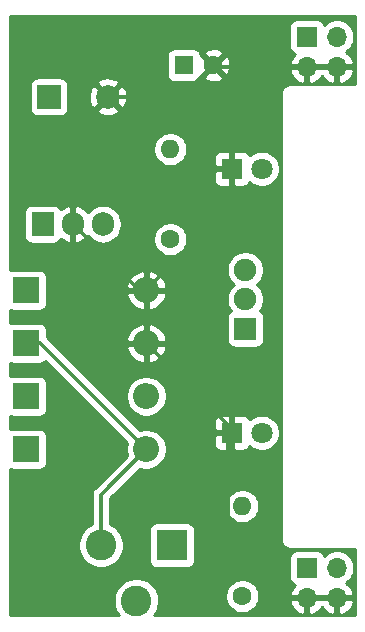
<source format=gbl>
%TF.GenerationSoftware,KiCad,Pcbnew,(5.1.12)-1*%
%TF.CreationDate,2022-01-26T00:14:16-03:00*%
%TF.ProjectId,BPS,4250532e-6b69-4636-9164-5f7063625858,3*%
%TF.SameCoordinates,Original*%
%TF.FileFunction,Copper,L2,Bot*%
%TF.FilePolarity,Positive*%
%FSLAX46Y46*%
G04 Gerber Fmt 4.6, Leading zero omitted, Abs format (unit mm)*
G04 Created by KiCad (PCBNEW (5.1.12)-1) date 2022-01-26 00:14:16*
%MOMM*%
%LPD*%
G01*
G04 APERTURE LIST*
%TA.AperFunction,ComponentPad*%
%ADD10R,2.000000X2.000000*%
%TD*%
%TA.AperFunction,ComponentPad*%
%ADD11C,2.000000*%
%TD*%
%TA.AperFunction,ComponentPad*%
%ADD12R,1.600000X1.600000*%
%TD*%
%TA.AperFunction,ComponentPad*%
%ADD13C,1.600000*%
%TD*%
%TA.AperFunction,ComponentPad*%
%ADD14R,2.200000X2.200000*%
%TD*%
%TA.AperFunction,ComponentPad*%
%ADD15O,2.200000X2.200000*%
%TD*%
%TA.AperFunction,ComponentPad*%
%ADD16R,1.800000X1.800000*%
%TD*%
%TA.AperFunction,ComponentPad*%
%ADD17C,1.800000*%
%TD*%
%TA.AperFunction,ComponentPad*%
%ADD18R,2.600000X2.600000*%
%TD*%
%TA.AperFunction,ComponentPad*%
%ADD19C,2.600000*%
%TD*%
%TA.AperFunction,ComponentPad*%
%ADD20R,1.700000X1.700000*%
%TD*%
%TA.AperFunction,ComponentPad*%
%ADD21O,1.700000X1.700000*%
%TD*%
%TA.AperFunction,ComponentPad*%
%ADD22O,1.600000X1.600000*%
%TD*%
%TA.AperFunction,ComponentPad*%
%ADD23R,1.900000X1.900000*%
%TD*%
%TA.AperFunction,ComponentPad*%
%ADD24C,1.900000*%
%TD*%
%TA.AperFunction,ComponentPad*%
%ADD25R,1.905000X2.000000*%
%TD*%
%TA.AperFunction,ComponentPad*%
%ADD26O,1.905000X2.000000*%
%TD*%
%TA.AperFunction,Conductor*%
%ADD27C,0.300000*%
%TD*%
%TA.AperFunction,Conductor*%
%ADD28C,0.254000*%
%TD*%
%TA.AperFunction,Conductor*%
%ADD29C,0.100000*%
%TD*%
G04 APERTURE END LIST*
D10*
%TO.P,C1,1*%
%TO.N,/Vin*%
X117475000Y-108966000D03*
D11*
%TO.P,C1,2*%
%TO.N,/V-*%
X122475000Y-108966000D03*
%TD*%
D12*
%TO.P,C2,1*%
%TO.N,/Vout1*%
X128905000Y-106299000D03*
D13*
%TO.P,C2,2*%
%TO.N,/V-*%
X131405000Y-106299000D03*
%TD*%
D14*
%TO.P,D1,1*%
%TO.N,/Vin*%
X115570000Y-134323666D03*
D15*
%TO.P,D1,2*%
%TO.N,/BJ_pin1*%
X125730000Y-134323666D03*
%TD*%
D14*
%TO.P,D2,1*%
%TO.N,/BJ_pin1*%
X115570000Y-125349000D03*
D15*
%TO.P,D2,2*%
%TO.N,/V-*%
X125730000Y-125349000D03*
%TD*%
%TO.P,D3,2*%
%TO.N,/BJ_pin2*%
X125730000Y-138811000D03*
D14*
%TO.P,D3,1*%
%TO.N,/Vin*%
X115570000Y-138811000D03*
%TD*%
D15*
%TO.P,D4,2*%
%TO.N,/V-*%
X125730000Y-129836333D03*
D14*
%TO.P,D4,1*%
%TO.N,/BJ_pin2*%
X115570000Y-129836333D03*
%TD*%
D16*
%TO.P,D5,1*%
%TO.N,/V-*%
X132969000Y-137414000D03*
D17*
%TO.P,D5,2*%
%TO.N,Net-(D5-Pad2)*%
X135509000Y-137414000D03*
%TD*%
%TO.P,D6,2*%
%TO.N,Net-(D6-Pad2)*%
X135509000Y-115062000D03*
D16*
%TO.P,D6,1*%
%TO.N,/V-*%
X132969000Y-115062000D03*
%TD*%
D18*
%TO.P,J1,1*%
%TO.N,/BJ_pin1*%
X127889000Y-146939000D03*
D19*
%TO.P,J1,2*%
%TO.N,/BJ_pin2*%
X121889000Y-146939000D03*
%TO.P,J1,3*%
%TO.N,Net-(J1-Pad3)*%
X124889000Y-151639000D03*
%TD*%
D20*
%TO.P,J2,1*%
%TO.N,/Vout2*%
X139319000Y-103884000D03*
D21*
%TO.P,J2,2*%
X141859000Y-103884000D03*
%TO.P,J2,3*%
%TO.N,/V-*%
X139319000Y-106424000D03*
%TO.P,J2,4*%
X141859000Y-106424000D03*
%TD*%
%TO.P,J3,4*%
%TO.N,/V-*%
X141859000Y-151384000D03*
%TO.P,J3,3*%
X139319000Y-151384000D03*
%TO.P,J3,2*%
%TO.N,/Vout2*%
X141859000Y-148844000D03*
D20*
%TO.P,J3,1*%
X139319000Y-148844000D03*
%TD*%
D13*
%TO.P,R1,1*%
%TO.N,Net-(D5-Pad2)*%
X133858000Y-151257000D03*
D22*
%TO.P,R1,2*%
%TO.N,/Vout1*%
X133858000Y-143637000D03*
%TD*%
%TO.P,R2,2*%
%TO.N,/Vout2*%
X127762000Y-113411000D03*
D13*
%TO.P,R2,1*%
%TO.N,Net-(D6-Pad2)*%
X127762000Y-121031000D03*
%TD*%
D23*
%TO.P,SW1,1*%
%TO.N,/Vout2*%
X134112000Y-128618000D03*
D24*
%TO.P,SW1,2*%
%TO.N,/Vout1*%
X134112000Y-126118000D03*
%TO.P,SW1,3*%
%TO.N,Net-(SW1-Pad3)*%
X134112000Y-123618000D03*
%TD*%
D25*
%TO.P,U1,1*%
%TO.N,/Vin*%
X116967000Y-119761000D03*
D26*
%TO.P,U1,2*%
%TO.N,/V-*%
X119507000Y-119761000D03*
%TO.P,U1,3*%
%TO.N,/Vout1*%
X122047000Y-119761000D03*
%TD*%
D27*
%TO.N,/V-*%
X141859000Y-151384000D02*
X139319000Y-151384000D01*
X139319000Y-151384000D02*
X136398000Y-151384000D01*
X132607999Y-137775001D02*
X132969000Y-137414000D01*
X132607999Y-147593999D02*
X132607999Y-137775001D01*
X136398000Y-151384000D02*
X132607999Y-147593999D01*
X132969000Y-137075333D02*
X125730000Y-129836333D01*
X132969000Y-137414000D02*
X132969000Y-137075333D01*
X125730000Y-125349000D02*
X125730000Y-129836333D01*
X132969000Y-118110000D02*
X125730000Y-125349000D01*
X132969000Y-115062000D02*
X132969000Y-118110000D01*
X125095000Y-125349000D02*
X125730000Y-125349000D01*
X119507000Y-119761000D02*
X125095000Y-125349000D01*
X119507000Y-111934000D02*
X122475000Y-108966000D01*
X119507000Y-119761000D02*
X119507000Y-111934000D01*
X128738000Y-108966000D02*
X131405000Y-106299000D01*
X122475000Y-108966000D02*
X128738000Y-108966000D01*
X141859000Y-106424000D02*
X139319000Y-106424000D01*
X131530000Y-106424000D02*
X131405000Y-106299000D01*
X139319000Y-106424000D02*
X131530000Y-106424000D01*
%TO.N,/BJ_pin2*%
X121889000Y-142652000D02*
X125730000Y-138811000D01*
X121889000Y-146939000D02*
X121889000Y-142652000D01*
X116755333Y-129836333D02*
X115570000Y-129836333D01*
X125730000Y-138811000D02*
X116755333Y-129836333D01*
%TD*%
D28*
%TO.N,/V-*%
X143358000Y-107925000D02*
X137827419Y-107925000D01*
X137795000Y-107921807D01*
X137762581Y-107925000D01*
X137665617Y-107934550D01*
X137541207Y-107972290D01*
X137426550Y-108033575D01*
X137326052Y-108116052D01*
X137243575Y-108216550D01*
X137182290Y-108331207D01*
X137144550Y-108455617D01*
X137131807Y-108585000D01*
X137135001Y-108617429D01*
X137135000Y-146525581D01*
X137131807Y-146558000D01*
X137144550Y-146687383D01*
X137182290Y-146811793D01*
X137243575Y-146926450D01*
X137285521Y-146977561D01*
X137326052Y-147026948D01*
X137426550Y-147109425D01*
X137541207Y-147170710D01*
X137665617Y-147208450D01*
X137795000Y-147221193D01*
X137827419Y-147218000D01*
X143358001Y-147218000D01*
X143358000Y-152883000D01*
X126381504Y-152883000D01*
X126392013Y-152872491D01*
X126603775Y-152555566D01*
X126749639Y-152203419D01*
X126824000Y-151829581D01*
X126824000Y-151448419D01*
X126757812Y-151115665D01*
X132423000Y-151115665D01*
X132423000Y-151398335D01*
X132478147Y-151675574D01*
X132586320Y-151936727D01*
X132743363Y-152171759D01*
X132943241Y-152371637D01*
X133178273Y-152528680D01*
X133439426Y-152636853D01*
X133716665Y-152692000D01*
X133999335Y-152692000D01*
X134276574Y-152636853D01*
X134537727Y-152528680D01*
X134772759Y-152371637D01*
X134972637Y-152171759D01*
X135129680Y-151936727D01*
X135210798Y-151740890D01*
X137877524Y-151740890D01*
X137922175Y-151888099D01*
X138047359Y-152150920D01*
X138221412Y-152384269D01*
X138437645Y-152579178D01*
X138687748Y-152728157D01*
X138962109Y-152825481D01*
X139192000Y-152704814D01*
X139192000Y-151511000D01*
X139446000Y-151511000D01*
X139446000Y-152704814D01*
X139675891Y-152825481D01*
X139950252Y-152728157D01*
X140200355Y-152579178D01*
X140416588Y-152384269D01*
X140589000Y-152153120D01*
X140761412Y-152384269D01*
X140977645Y-152579178D01*
X141227748Y-152728157D01*
X141502109Y-152825481D01*
X141732000Y-152704814D01*
X141732000Y-151511000D01*
X141986000Y-151511000D01*
X141986000Y-152704814D01*
X142215891Y-152825481D01*
X142490252Y-152728157D01*
X142740355Y-152579178D01*
X142956588Y-152384269D01*
X143130641Y-152150920D01*
X143255825Y-151888099D01*
X143300476Y-151740890D01*
X143179155Y-151511000D01*
X141986000Y-151511000D01*
X141732000Y-151511000D01*
X139446000Y-151511000D01*
X139192000Y-151511000D01*
X137998845Y-151511000D01*
X137877524Y-151740890D01*
X135210798Y-151740890D01*
X135237853Y-151675574D01*
X135293000Y-151398335D01*
X135293000Y-151115665D01*
X135237853Y-150838426D01*
X135129680Y-150577273D01*
X134972637Y-150342241D01*
X134772759Y-150142363D01*
X134537727Y-149985320D01*
X134276574Y-149877147D01*
X133999335Y-149822000D01*
X133716665Y-149822000D01*
X133439426Y-149877147D01*
X133178273Y-149985320D01*
X132943241Y-150142363D01*
X132743363Y-150342241D01*
X132586320Y-150577273D01*
X132478147Y-150838426D01*
X132423000Y-151115665D01*
X126757812Y-151115665D01*
X126749639Y-151074581D01*
X126603775Y-150722434D01*
X126392013Y-150405509D01*
X126122491Y-150135987D01*
X125805566Y-149924225D01*
X125453419Y-149778361D01*
X125079581Y-149704000D01*
X124698419Y-149704000D01*
X124324581Y-149778361D01*
X123972434Y-149924225D01*
X123655509Y-150135987D01*
X123385987Y-150405509D01*
X123174225Y-150722434D01*
X123028361Y-151074581D01*
X122954000Y-151448419D01*
X122954000Y-151829581D01*
X123028361Y-152203419D01*
X123174225Y-152555566D01*
X123385987Y-152872491D01*
X123396496Y-152883000D01*
X114198000Y-152883000D01*
X114198000Y-140485632D01*
X114225820Y-140500502D01*
X114345518Y-140536812D01*
X114470000Y-140549072D01*
X116670000Y-140549072D01*
X116794482Y-140536812D01*
X116914180Y-140500502D01*
X117024494Y-140441537D01*
X117121185Y-140362185D01*
X117200537Y-140265494D01*
X117259502Y-140155180D01*
X117295812Y-140035482D01*
X117308072Y-139911000D01*
X117308072Y-137711000D01*
X117295812Y-137586518D01*
X117259502Y-137466820D01*
X117200537Y-137356506D01*
X117121185Y-137259815D01*
X117024494Y-137180463D01*
X116914180Y-137121498D01*
X116794482Y-137085188D01*
X116670000Y-137072928D01*
X114470000Y-137072928D01*
X114345518Y-137085188D01*
X114225820Y-137121498D01*
X114198000Y-137136368D01*
X114198000Y-135998298D01*
X114225820Y-136013168D01*
X114345518Y-136049478D01*
X114470000Y-136061738D01*
X116670000Y-136061738D01*
X116794482Y-136049478D01*
X116914180Y-136013168D01*
X117024494Y-135954203D01*
X117121185Y-135874851D01*
X117200537Y-135778160D01*
X117259502Y-135667846D01*
X117295812Y-135548148D01*
X117308072Y-135423666D01*
X117308072Y-133223666D01*
X117295812Y-133099184D01*
X117259502Y-132979486D01*
X117200537Y-132869172D01*
X117121185Y-132772481D01*
X117024494Y-132693129D01*
X116914180Y-132634164D01*
X116794482Y-132597854D01*
X116670000Y-132585594D01*
X114470000Y-132585594D01*
X114345518Y-132597854D01*
X114225820Y-132634164D01*
X114198000Y-132649034D01*
X114198000Y-131510965D01*
X114225820Y-131525835D01*
X114345518Y-131562145D01*
X114470000Y-131574405D01*
X116670000Y-131574405D01*
X116794482Y-131562145D01*
X116914180Y-131525835D01*
X117024494Y-131466870D01*
X117121185Y-131387518D01*
X117155071Y-131346228D01*
X124076931Y-138268088D01*
X124061675Y-138304919D01*
X123995000Y-138640117D01*
X123995000Y-138981883D01*
X124061675Y-139317081D01*
X124076931Y-139353912D01*
X121361185Y-142069658D01*
X121331237Y-142094236D01*
X121306659Y-142124184D01*
X121306655Y-142124188D01*
X121273690Y-142164356D01*
X121233139Y-142213767D01*
X121209952Y-142257147D01*
X121160246Y-142350141D01*
X121115359Y-142498114D01*
X121100203Y-142652000D01*
X121104001Y-142690563D01*
X121104000Y-145169728D01*
X120972434Y-145224225D01*
X120655509Y-145435987D01*
X120385987Y-145705509D01*
X120174225Y-146022434D01*
X120028361Y-146374581D01*
X119954000Y-146748419D01*
X119954000Y-147129581D01*
X120028361Y-147503419D01*
X120174225Y-147855566D01*
X120385987Y-148172491D01*
X120655509Y-148442013D01*
X120972434Y-148653775D01*
X121324581Y-148799639D01*
X121698419Y-148874000D01*
X122079581Y-148874000D01*
X122453419Y-148799639D01*
X122805566Y-148653775D01*
X123122491Y-148442013D01*
X123392013Y-148172491D01*
X123603775Y-147855566D01*
X123749639Y-147503419D01*
X123824000Y-147129581D01*
X123824000Y-146748419D01*
X123749639Y-146374581D01*
X123603775Y-146022434D01*
X123392013Y-145705509D01*
X123325504Y-145639000D01*
X125950928Y-145639000D01*
X125950928Y-148239000D01*
X125963188Y-148363482D01*
X125999498Y-148483180D01*
X126058463Y-148593494D01*
X126137815Y-148690185D01*
X126234506Y-148769537D01*
X126344820Y-148828502D01*
X126464518Y-148864812D01*
X126589000Y-148877072D01*
X129189000Y-148877072D01*
X129313482Y-148864812D01*
X129433180Y-148828502D01*
X129543494Y-148769537D01*
X129640185Y-148690185D01*
X129719537Y-148593494D01*
X129778502Y-148483180D01*
X129814812Y-148363482D01*
X129827072Y-148239000D01*
X129827072Y-147994000D01*
X137830928Y-147994000D01*
X137830928Y-149694000D01*
X137843188Y-149818482D01*
X137879498Y-149938180D01*
X137938463Y-150048494D01*
X138017815Y-150145185D01*
X138114506Y-150224537D01*
X138224820Y-150283502D01*
X138305466Y-150307966D01*
X138221412Y-150383731D01*
X138047359Y-150617080D01*
X137922175Y-150879901D01*
X137877524Y-151027110D01*
X137998845Y-151257000D01*
X139192000Y-151257000D01*
X139192000Y-151237000D01*
X139446000Y-151237000D01*
X139446000Y-151257000D01*
X141732000Y-151257000D01*
X141732000Y-151237000D01*
X141986000Y-151237000D01*
X141986000Y-151257000D01*
X143179155Y-151257000D01*
X143300476Y-151027110D01*
X143255825Y-150879901D01*
X143130641Y-150617080D01*
X142956588Y-150383731D01*
X142740355Y-150188822D01*
X142623466Y-150119195D01*
X142805632Y-149997475D01*
X143012475Y-149790632D01*
X143174990Y-149547411D01*
X143286932Y-149277158D01*
X143344000Y-148990260D01*
X143344000Y-148697740D01*
X143286932Y-148410842D01*
X143174990Y-148140589D01*
X143012475Y-147897368D01*
X142805632Y-147690525D01*
X142562411Y-147528010D01*
X142292158Y-147416068D01*
X142005260Y-147359000D01*
X141712740Y-147359000D01*
X141425842Y-147416068D01*
X141155589Y-147528010D01*
X140912368Y-147690525D01*
X140780513Y-147822380D01*
X140758502Y-147749820D01*
X140699537Y-147639506D01*
X140620185Y-147542815D01*
X140523494Y-147463463D01*
X140413180Y-147404498D01*
X140293482Y-147368188D01*
X140169000Y-147355928D01*
X138469000Y-147355928D01*
X138344518Y-147368188D01*
X138224820Y-147404498D01*
X138114506Y-147463463D01*
X138017815Y-147542815D01*
X137938463Y-147639506D01*
X137879498Y-147749820D01*
X137843188Y-147869518D01*
X137830928Y-147994000D01*
X129827072Y-147994000D01*
X129827072Y-145639000D01*
X129814812Y-145514518D01*
X129778502Y-145394820D01*
X129719537Y-145284506D01*
X129640185Y-145187815D01*
X129543494Y-145108463D01*
X129433180Y-145049498D01*
X129313482Y-145013188D01*
X129189000Y-145000928D01*
X126589000Y-145000928D01*
X126464518Y-145013188D01*
X126344820Y-145049498D01*
X126234506Y-145108463D01*
X126137815Y-145187815D01*
X126058463Y-145284506D01*
X125999498Y-145394820D01*
X125963188Y-145514518D01*
X125950928Y-145639000D01*
X123325504Y-145639000D01*
X123122491Y-145435987D01*
X122805566Y-145224225D01*
X122674000Y-145169729D01*
X122674000Y-143495665D01*
X132423000Y-143495665D01*
X132423000Y-143778335D01*
X132478147Y-144055574D01*
X132586320Y-144316727D01*
X132743363Y-144551759D01*
X132943241Y-144751637D01*
X133178273Y-144908680D01*
X133439426Y-145016853D01*
X133716665Y-145072000D01*
X133999335Y-145072000D01*
X134276574Y-145016853D01*
X134537727Y-144908680D01*
X134772759Y-144751637D01*
X134972637Y-144551759D01*
X135129680Y-144316727D01*
X135237853Y-144055574D01*
X135293000Y-143778335D01*
X135293000Y-143495665D01*
X135237853Y-143218426D01*
X135129680Y-142957273D01*
X134972637Y-142722241D01*
X134772759Y-142522363D01*
X134537727Y-142365320D01*
X134276574Y-142257147D01*
X133999335Y-142202000D01*
X133716665Y-142202000D01*
X133439426Y-142257147D01*
X133178273Y-142365320D01*
X132943241Y-142522363D01*
X132743363Y-142722241D01*
X132586320Y-142957273D01*
X132478147Y-143218426D01*
X132423000Y-143495665D01*
X122674000Y-143495665D01*
X122674000Y-142977157D01*
X125187088Y-140464069D01*
X125223919Y-140479325D01*
X125559117Y-140546000D01*
X125900883Y-140546000D01*
X126236081Y-140479325D01*
X126551831Y-140348537D01*
X126835998Y-140158663D01*
X127077663Y-139916998D01*
X127267537Y-139632831D01*
X127398325Y-139317081D01*
X127465000Y-138981883D01*
X127465000Y-138640117D01*
X127400132Y-138314000D01*
X131430928Y-138314000D01*
X131443188Y-138438482D01*
X131479498Y-138558180D01*
X131538463Y-138668494D01*
X131617815Y-138765185D01*
X131714506Y-138844537D01*
X131824820Y-138903502D01*
X131944518Y-138939812D01*
X132069000Y-138952072D01*
X132683250Y-138949000D01*
X132842000Y-138790250D01*
X132842000Y-137541000D01*
X131592750Y-137541000D01*
X131434000Y-137699750D01*
X131430928Y-138314000D01*
X127400132Y-138314000D01*
X127398325Y-138304919D01*
X127267537Y-137989169D01*
X127077663Y-137705002D01*
X126835998Y-137463337D01*
X126551831Y-137273463D01*
X126236081Y-137142675D01*
X125900883Y-137076000D01*
X125559117Y-137076000D01*
X125223919Y-137142675D01*
X125187088Y-137157931D01*
X124543157Y-136514000D01*
X131430928Y-136514000D01*
X131434000Y-137128250D01*
X131592750Y-137287000D01*
X132842000Y-137287000D01*
X132842000Y-136037750D01*
X133096000Y-136037750D01*
X133096000Y-137287000D01*
X133116000Y-137287000D01*
X133116000Y-137541000D01*
X133096000Y-137541000D01*
X133096000Y-138790250D01*
X133254750Y-138949000D01*
X133869000Y-138952072D01*
X133993482Y-138939812D01*
X134113180Y-138903502D01*
X134223494Y-138844537D01*
X134320185Y-138765185D01*
X134399537Y-138668494D01*
X134458502Y-138558180D01*
X134464056Y-138539873D01*
X134530495Y-138606312D01*
X134781905Y-138774299D01*
X135061257Y-138890011D01*
X135357816Y-138949000D01*
X135660184Y-138949000D01*
X135956743Y-138890011D01*
X136236095Y-138774299D01*
X136487505Y-138606312D01*
X136701312Y-138392505D01*
X136869299Y-138141095D01*
X136985011Y-137861743D01*
X137044000Y-137565184D01*
X137044000Y-137262816D01*
X136985011Y-136966257D01*
X136869299Y-136686905D01*
X136701312Y-136435495D01*
X136487505Y-136221688D01*
X136236095Y-136053701D01*
X135956743Y-135937989D01*
X135660184Y-135879000D01*
X135357816Y-135879000D01*
X135061257Y-135937989D01*
X134781905Y-136053701D01*
X134530495Y-136221688D01*
X134464056Y-136288127D01*
X134458502Y-136269820D01*
X134399537Y-136159506D01*
X134320185Y-136062815D01*
X134223494Y-135983463D01*
X134113180Y-135924498D01*
X133993482Y-135888188D01*
X133869000Y-135875928D01*
X133254750Y-135879000D01*
X133096000Y-136037750D01*
X132842000Y-136037750D01*
X132683250Y-135879000D01*
X132069000Y-135875928D01*
X131944518Y-135888188D01*
X131824820Y-135924498D01*
X131714506Y-135983463D01*
X131617815Y-136062815D01*
X131538463Y-136159506D01*
X131479498Y-136269820D01*
X131443188Y-136389518D01*
X131430928Y-136514000D01*
X124543157Y-136514000D01*
X122181940Y-134152783D01*
X123995000Y-134152783D01*
X123995000Y-134494549D01*
X124061675Y-134829747D01*
X124192463Y-135145497D01*
X124382337Y-135429664D01*
X124624002Y-135671329D01*
X124908169Y-135861203D01*
X125223919Y-135991991D01*
X125559117Y-136058666D01*
X125900883Y-136058666D01*
X126236081Y-135991991D01*
X126551831Y-135861203D01*
X126835998Y-135671329D01*
X127077663Y-135429664D01*
X127267537Y-135145497D01*
X127398325Y-134829747D01*
X127465000Y-134494549D01*
X127465000Y-134152783D01*
X127398325Y-133817585D01*
X127267537Y-133501835D01*
X127077663Y-133217668D01*
X126835998Y-132976003D01*
X126551831Y-132786129D01*
X126236081Y-132655341D01*
X125900883Y-132588666D01*
X125559117Y-132588666D01*
X125223919Y-132655341D01*
X124908169Y-132786129D01*
X124624002Y-132976003D01*
X124382337Y-133217668D01*
X124192463Y-133501835D01*
X124061675Y-133817585D01*
X123995000Y-134152783D01*
X122181940Y-134152783D01*
X118261612Y-130232455D01*
X124040825Y-130232455D01*
X124105425Y-130445427D01*
X124255469Y-130750662D01*
X124462178Y-131020760D01*
X124717609Y-131245341D01*
X125011946Y-131415775D01*
X125333877Y-131525512D01*
X125603000Y-131407933D01*
X125603000Y-129963333D01*
X125857000Y-129963333D01*
X125857000Y-131407933D01*
X126126123Y-131525512D01*
X126448054Y-131415775D01*
X126742391Y-131245341D01*
X126997822Y-131020760D01*
X127204531Y-130750662D01*
X127354575Y-130445427D01*
X127419175Y-130232455D01*
X127301125Y-129963333D01*
X125857000Y-129963333D01*
X125603000Y-129963333D01*
X124158875Y-129963333D01*
X124040825Y-130232455D01*
X118261612Y-130232455D01*
X117469368Y-129440211D01*
X124040825Y-129440211D01*
X124158875Y-129709333D01*
X125603000Y-129709333D01*
X125603000Y-128264733D01*
X125857000Y-128264733D01*
X125857000Y-129709333D01*
X127301125Y-129709333D01*
X127419175Y-129440211D01*
X127354575Y-129227239D01*
X127204531Y-128922004D01*
X126997822Y-128651906D01*
X126742391Y-128427325D01*
X126448054Y-128256891D01*
X126126123Y-128147154D01*
X125857000Y-128264733D01*
X125603000Y-128264733D01*
X125333877Y-128147154D01*
X125011946Y-128256891D01*
X124717609Y-128427325D01*
X124462178Y-128651906D01*
X124255469Y-128922004D01*
X124105425Y-129227239D01*
X124040825Y-129440211D01*
X117469368Y-129440211D01*
X117337680Y-129308523D01*
X117313097Y-129278569D01*
X117308072Y-129274445D01*
X117308072Y-128736333D01*
X117295812Y-128611851D01*
X117259502Y-128492153D01*
X117200537Y-128381839D01*
X117121185Y-128285148D01*
X117024494Y-128205796D01*
X116914180Y-128146831D01*
X116794482Y-128110521D01*
X116670000Y-128098261D01*
X114470000Y-128098261D01*
X114345518Y-128110521D01*
X114225820Y-128146831D01*
X114198000Y-128161701D01*
X114198000Y-127668000D01*
X132523928Y-127668000D01*
X132523928Y-129568000D01*
X132536188Y-129692482D01*
X132572498Y-129812180D01*
X132631463Y-129922494D01*
X132710815Y-130019185D01*
X132807506Y-130098537D01*
X132917820Y-130157502D01*
X133037518Y-130193812D01*
X133162000Y-130206072D01*
X135062000Y-130206072D01*
X135186482Y-130193812D01*
X135306180Y-130157502D01*
X135416494Y-130098537D01*
X135513185Y-130019185D01*
X135592537Y-129922494D01*
X135651502Y-129812180D01*
X135687812Y-129692482D01*
X135700072Y-129568000D01*
X135700072Y-127668000D01*
X135687812Y-127543518D01*
X135651502Y-127423820D01*
X135592537Y-127313506D01*
X135513185Y-127216815D01*
X135416494Y-127137463D01*
X135357979Y-127106186D01*
X135516609Y-126868779D01*
X135636089Y-126580327D01*
X135697000Y-126274109D01*
X135697000Y-125961891D01*
X135636089Y-125655673D01*
X135516609Y-125367221D01*
X135343150Y-125107621D01*
X135122379Y-124886850D01*
X135094168Y-124868000D01*
X135122379Y-124849150D01*
X135343150Y-124628379D01*
X135516609Y-124368779D01*
X135636089Y-124080327D01*
X135697000Y-123774109D01*
X135697000Y-123461891D01*
X135636089Y-123155673D01*
X135516609Y-122867221D01*
X135343150Y-122607621D01*
X135122379Y-122386850D01*
X134862779Y-122213391D01*
X134574327Y-122093911D01*
X134268109Y-122033000D01*
X133955891Y-122033000D01*
X133649673Y-122093911D01*
X133361221Y-122213391D01*
X133101621Y-122386850D01*
X132880850Y-122607621D01*
X132707391Y-122867221D01*
X132587911Y-123155673D01*
X132527000Y-123461891D01*
X132527000Y-123774109D01*
X132587911Y-124080327D01*
X132707391Y-124368779D01*
X132880850Y-124628379D01*
X133101621Y-124849150D01*
X133129832Y-124868000D01*
X133101621Y-124886850D01*
X132880850Y-125107621D01*
X132707391Y-125367221D01*
X132587911Y-125655673D01*
X132527000Y-125961891D01*
X132527000Y-126274109D01*
X132587911Y-126580327D01*
X132707391Y-126868779D01*
X132866021Y-127106186D01*
X132807506Y-127137463D01*
X132710815Y-127216815D01*
X132631463Y-127313506D01*
X132572498Y-127423820D01*
X132536188Y-127543518D01*
X132523928Y-127668000D01*
X114198000Y-127668000D01*
X114198000Y-127023632D01*
X114225820Y-127038502D01*
X114345518Y-127074812D01*
X114470000Y-127087072D01*
X116670000Y-127087072D01*
X116794482Y-127074812D01*
X116914180Y-127038502D01*
X117024494Y-126979537D01*
X117121185Y-126900185D01*
X117200537Y-126803494D01*
X117259502Y-126693180D01*
X117295812Y-126573482D01*
X117308072Y-126449000D01*
X117308072Y-125745122D01*
X124040825Y-125745122D01*
X124105425Y-125958094D01*
X124255469Y-126263329D01*
X124462178Y-126533427D01*
X124717609Y-126758008D01*
X125011946Y-126928442D01*
X125333877Y-127038179D01*
X125603000Y-126920600D01*
X125603000Y-125476000D01*
X125857000Y-125476000D01*
X125857000Y-126920600D01*
X126126123Y-127038179D01*
X126448054Y-126928442D01*
X126742391Y-126758008D01*
X126997822Y-126533427D01*
X127204531Y-126263329D01*
X127354575Y-125958094D01*
X127419175Y-125745122D01*
X127301125Y-125476000D01*
X125857000Y-125476000D01*
X125603000Y-125476000D01*
X124158875Y-125476000D01*
X124040825Y-125745122D01*
X117308072Y-125745122D01*
X117308072Y-124952878D01*
X124040825Y-124952878D01*
X124158875Y-125222000D01*
X125603000Y-125222000D01*
X125603000Y-123777400D01*
X125857000Y-123777400D01*
X125857000Y-125222000D01*
X127301125Y-125222000D01*
X127419175Y-124952878D01*
X127354575Y-124739906D01*
X127204531Y-124434671D01*
X126997822Y-124164573D01*
X126742391Y-123939992D01*
X126448054Y-123769558D01*
X126126123Y-123659821D01*
X125857000Y-123777400D01*
X125603000Y-123777400D01*
X125333877Y-123659821D01*
X125011946Y-123769558D01*
X124717609Y-123939992D01*
X124462178Y-124164573D01*
X124255469Y-124434671D01*
X124105425Y-124739906D01*
X124040825Y-124952878D01*
X117308072Y-124952878D01*
X117308072Y-124249000D01*
X117295812Y-124124518D01*
X117259502Y-124004820D01*
X117200537Y-123894506D01*
X117121185Y-123797815D01*
X117024494Y-123718463D01*
X116914180Y-123659498D01*
X116794482Y-123623188D01*
X116670000Y-123610928D01*
X114470000Y-123610928D01*
X114345518Y-123623188D01*
X114225820Y-123659498D01*
X114198000Y-123674368D01*
X114198000Y-118761000D01*
X115376428Y-118761000D01*
X115376428Y-120761000D01*
X115388688Y-120885482D01*
X115424998Y-121005180D01*
X115483963Y-121115494D01*
X115563315Y-121212185D01*
X115660006Y-121291537D01*
X115770320Y-121350502D01*
X115890018Y-121386812D01*
X116014500Y-121399072D01*
X117919500Y-121399072D01*
X118043982Y-121386812D01*
X118163680Y-121350502D01*
X118273994Y-121291537D01*
X118370685Y-121212185D01*
X118450037Y-121115494D01*
X118499059Y-121023781D01*
X118640077Y-121136969D01*
X118915906Y-121280571D01*
X119134020Y-121351563D01*
X119380000Y-121231594D01*
X119380000Y-119888000D01*
X119360000Y-119888000D01*
X119360000Y-119634000D01*
X119380000Y-119634000D01*
X119380000Y-118290406D01*
X119634000Y-118290406D01*
X119634000Y-119634000D01*
X119654000Y-119634000D01*
X119654000Y-119888000D01*
X119634000Y-119888000D01*
X119634000Y-121231594D01*
X119879980Y-121351563D01*
X120098094Y-121280571D01*
X120373923Y-121136969D01*
X120616437Y-120942315D01*
X120771837Y-120757101D01*
X120919037Y-120936463D01*
X121160766Y-121134845D01*
X121436552Y-121282255D01*
X121735797Y-121373030D01*
X122047000Y-121403681D01*
X122358204Y-121373030D01*
X122657449Y-121282255D01*
X122933235Y-121134845D01*
X123174963Y-120936463D01*
X123213369Y-120889665D01*
X126327000Y-120889665D01*
X126327000Y-121172335D01*
X126382147Y-121449574D01*
X126490320Y-121710727D01*
X126647363Y-121945759D01*
X126847241Y-122145637D01*
X127082273Y-122302680D01*
X127343426Y-122410853D01*
X127620665Y-122466000D01*
X127903335Y-122466000D01*
X128180574Y-122410853D01*
X128441727Y-122302680D01*
X128676759Y-122145637D01*
X128876637Y-121945759D01*
X129033680Y-121710727D01*
X129141853Y-121449574D01*
X129197000Y-121172335D01*
X129197000Y-120889665D01*
X129141853Y-120612426D01*
X129033680Y-120351273D01*
X128876637Y-120116241D01*
X128676759Y-119916363D01*
X128441727Y-119759320D01*
X128180574Y-119651147D01*
X127903335Y-119596000D01*
X127620665Y-119596000D01*
X127343426Y-119651147D01*
X127082273Y-119759320D01*
X126847241Y-119916363D01*
X126647363Y-120116241D01*
X126490320Y-120351273D01*
X126382147Y-120612426D01*
X126327000Y-120889665D01*
X123213369Y-120889665D01*
X123373345Y-120694734D01*
X123520755Y-120418948D01*
X123611530Y-120119703D01*
X123634500Y-119886485D01*
X123634500Y-119635514D01*
X123611530Y-119402296D01*
X123520755Y-119103051D01*
X123373345Y-118827265D01*
X123174963Y-118585537D01*
X122933234Y-118387155D01*
X122657448Y-118239745D01*
X122358203Y-118148970D01*
X122047000Y-118118319D01*
X121735796Y-118148970D01*
X121436551Y-118239745D01*
X121160765Y-118387155D01*
X120919037Y-118585537D01*
X120771838Y-118764900D01*
X120616437Y-118579685D01*
X120373923Y-118385031D01*
X120098094Y-118241429D01*
X119879980Y-118170437D01*
X119634000Y-118290406D01*
X119380000Y-118290406D01*
X119134020Y-118170437D01*
X118915906Y-118241429D01*
X118640077Y-118385031D01*
X118499059Y-118498219D01*
X118450037Y-118406506D01*
X118370685Y-118309815D01*
X118273994Y-118230463D01*
X118163680Y-118171498D01*
X118043982Y-118135188D01*
X117919500Y-118122928D01*
X116014500Y-118122928D01*
X115890018Y-118135188D01*
X115770320Y-118171498D01*
X115660006Y-118230463D01*
X115563315Y-118309815D01*
X115483963Y-118406506D01*
X115424998Y-118516820D01*
X115388688Y-118636518D01*
X115376428Y-118761000D01*
X114198000Y-118761000D01*
X114198000Y-115962000D01*
X131430928Y-115962000D01*
X131443188Y-116086482D01*
X131479498Y-116206180D01*
X131538463Y-116316494D01*
X131617815Y-116413185D01*
X131714506Y-116492537D01*
X131824820Y-116551502D01*
X131944518Y-116587812D01*
X132069000Y-116600072D01*
X132683250Y-116597000D01*
X132842000Y-116438250D01*
X132842000Y-115189000D01*
X131592750Y-115189000D01*
X131434000Y-115347750D01*
X131430928Y-115962000D01*
X114198000Y-115962000D01*
X114198000Y-113269665D01*
X126327000Y-113269665D01*
X126327000Y-113552335D01*
X126382147Y-113829574D01*
X126490320Y-114090727D01*
X126647363Y-114325759D01*
X126847241Y-114525637D01*
X127082273Y-114682680D01*
X127343426Y-114790853D01*
X127620665Y-114846000D01*
X127903335Y-114846000D01*
X128180574Y-114790853D01*
X128441727Y-114682680D01*
X128676759Y-114525637D01*
X128876637Y-114325759D01*
X128986057Y-114162000D01*
X131430928Y-114162000D01*
X131434000Y-114776250D01*
X131592750Y-114935000D01*
X132842000Y-114935000D01*
X132842000Y-113685750D01*
X133096000Y-113685750D01*
X133096000Y-114935000D01*
X133116000Y-114935000D01*
X133116000Y-115189000D01*
X133096000Y-115189000D01*
X133096000Y-116438250D01*
X133254750Y-116597000D01*
X133869000Y-116600072D01*
X133993482Y-116587812D01*
X134113180Y-116551502D01*
X134223494Y-116492537D01*
X134320185Y-116413185D01*
X134399537Y-116316494D01*
X134458502Y-116206180D01*
X134464056Y-116187873D01*
X134530495Y-116254312D01*
X134781905Y-116422299D01*
X135061257Y-116538011D01*
X135357816Y-116597000D01*
X135660184Y-116597000D01*
X135956743Y-116538011D01*
X136236095Y-116422299D01*
X136487505Y-116254312D01*
X136701312Y-116040505D01*
X136869299Y-115789095D01*
X136985011Y-115509743D01*
X137044000Y-115213184D01*
X137044000Y-114910816D01*
X136985011Y-114614257D01*
X136869299Y-114334905D01*
X136701312Y-114083495D01*
X136487505Y-113869688D01*
X136236095Y-113701701D01*
X135956743Y-113585989D01*
X135660184Y-113527000D01*
X135357816Y-113527000D01*
X135061257Y-113585989D01*
X134781905Y-113701701D01*
X134530495Y-113869688D01*
X134464056Y-113936127D01*
X134458502Y-113917820D01*
X134399537Y-113807506D01*
X134320185Y-113710815D01*
X134223494Y-113631463D01*
X134113180Y-113572498D01*
X133993482Y-113536188D01*
X133869000Y-113523928D01*
X133254750Y-113527000D01*
X133096000Y-113685750D01*
X132842000Y-113685750D01*
X132683250Y-113527000D01*
X132069000Y-113523928D01*
X131944518Y-113536188D01*
X131824820Y-113572498D01*
X131714506Y-113631463D01*
X131617815Y-113710815D01*
X131538463Y-113807506D01*
X131479498Y-113917820D01*
X131443188Y-114037518D01*
X131430928Y-114162000D01*
X128986057Y-114162000D01*
X129033680Y-114090727D01*
X129141853Y-113829574D01*
X129197000Y-113552335D01*
X129197000Y-113269665D01*
X129141853Y-112992426D01*
X129033680Y-112731273D01*
X128876637Y-112496241D01*
X128676759Y-112296363D01*
X128441727Y-112139320D01*
X128180574Y-112031147D01*
X127903335Y-111976000D01*
X127620665Y-111976000D01*
X127343426Y-112031147D01*
X127082273Y-112139320D01*
X126847241Y-112296363D01*
X126647363Y-112496241D01*
X126490320Y-112731273D01*
X126382147Y-112992426D01*
X126327000Y-113269665D01*
X114198000Y-113269665D01*
X114198000Y-107966000D01*
X115836928Y-107966000D01*
X115836928Y-109966000D01*
X115849188Y-110090482D01*
X115885498Y-110210180D01*
X115944463Y-110320494D01*
X116023815Y-110417185D01*
X116120506Y-110496537D01*
X116230820Y-110555502D01*
X116350518Y-110591812D01*
X116475000Y-110604072D01*
X118475000Y-110604072D01*
X118599482Y-110591812D01*
X118719180Y-110555502D01*
X118829494Y-110496537D01*
X118926185Y-110417185D01*
X119005537Y-110320494D01*
X119064502Y-110210180D01*
X119097496Y-110101413D01*
X121519192Y-110101413D01*
X121614956Y-110365814D01*
X121904571Y-110506704D01*
X122216108Y-110588384D01*
X122537595Y-110607718D01*
X122856675Y-110563961D01*
X123161088Y-110458795D01*
X123335044Y-110365814D01*
X123430808Y-110101413D01*
X122475000Y-109145605D01*
X121519192Y-110101413D01*
X119097496Y-110101413D01*
X119100812Y-110090482D01*
X119113072Y-109966000D01*
X119113072Y-109028595D01*
X120833282Y-109028595D01*
X120877039Y-109347675D01*
X120982205Y-109652088D01*
X121075186Y-109826044D01*
X121339587Y-109921808D01*
X122295395Y-108966000D01*
X122654605Y-108966000D01*
X123610413Y-109921808D01*
X123874814Y-109826044D01*
X124015704Y-109536429D01*
X124097384Y-109224892D01*
X124116718Y-108903405D01*
X124072961Y-108584325D01*
X123967795Y-108279912D01*
X123874814Y-108105956D01*
X123610413Y-108010192D01*
X122654605Y-108966000D01*
X122295395Y-108966000D01*
X121339587Y-108010192D01*
X121075186Y-108105956D01*
X120934296Y-108395571D01*
X120852616Y-108707108D01*
X120833282Y-109028595D01*
X119113072Y-109028595D01*
X119113072Y-107966000D01*
X119100812Y-107841518D01*
X119097497Y-107830587D01*
X121519192Y-107830587D01*
X122475000Y-108786395D01*
X123430808Y-107830587D01*
X123335044Y-107566186D01*
X123045429Y-107425296D01*
X122733892Y-107343616D01*
X122412405Y-107324282D01*
X122093325Y-107368039D01*
X121788912Y-107473205D01*
X121614956Y-107566186D01*
X121519192Y-107830587D01*
X119097497Y-107830587D01*
X119064502Y-107721820D01*
X119005537Y-107611506D01*
X118926185Y-107514815D01*
X118829494Y-107435463D01*
X118719180Y-107376498D01*
X118599482Y-107340188D01*
X118475000Y-107327928D01*
X116475000Y-107327928D01*
X116350518Y-107340188D01*
X116230820Y-107376498D01*
X116120506Y-107435463D01*
X116023815Y-107514815D01*
X115944463Y-107611506D01*
X115885498Y-107721820D01*
X115849188Y-107841518D01*
X115836928Y-107966000D01*
X114198000Y-107966000D01*
X114198000Y-105499000D01*
X127466928Y-105499000D01*
X127466928Y-107099000D01*
X127479188Y-107223482D01*
X127515498Y-107343180D01*
X127574463Y-107453494D01*
X127653815Y-107550185D01*
X127750506Y-107629537D01*
X127860820Y-107688502D01*
X127980518Y-107724812D01*
X128105000Y-107737072D01*
X129705000Y-107737072D01*
X129829482Y-107724812D01*
X129949180Y-107688502D01*
X130059494Y-107629537D01*
X130156185Y-107550185D01*
X130235537Y-107453494D01*
X130294502Y-107343180D01*
X130310117Y-107291702D01*
X130591903Y-107291702D01*
X130663486Y-107535671D01*
X130918996Y-107656571D01*
X131193184Y-107725300D01*
X131475512Y-107739217D01*
X131755130Y-107697787D01*
X132021292Y-107602603D01*
X132146514Y-107535671D01*
X132218097Y-107291702D01*
X131405000Y-106478605D01*
X130591903Y-107291702D01*
X130310117Y-107291702D01*
X130330812Y-107223482D01*
X130343072Y-107099000D01*
X130343072Y-107091785D01*
X130412298Y-107112097D01*
X131225395Y-106299000D01*
X131584605Y-106299000D01*
X132397702Y-107112097D01*
X132641671Y-107040514D01*
X132762571Y-106785004D01*
X132763602Y-106780890D01*
X137877524Y-106780890D01*
X137922175Y-106928099D01*
X138047359Y-107190920D01*
X138221412Y-107424269D01*
X138437645Y-107619178D01*
X138687748Y-107768157D01*
X138962109Y-107865481D01*
X139192000Y-107744814D01*
X139192000Y-106551000D01*
X139446000Y-106551000D01*
X139446000Y-107744814D01*
X139675891Y-107865481D01*
X139950252Y-107768157D01*
X140200355Y-107619178D01*
X140416588Y-107424269D01*
X140589000Y-107193120D01*
X140761412Y-107424269D01*
X140977645Y-107619178D01*
X141227748Y-107768157D01*
X141502109Y-107865481D01*
X141732000Y-107744814D01*
X141732000Y-106551000D01*
X141986000Y-106551000D01*
X141986000Y-107744814D01*
X142215891Y-107865481D01*
X142490252Y-107768157D01*
X142740355Y-107619178D01*
X142956588Y-107424269D01*
X143130641Y-107190920D01*
X143255825Y-106928099D01*
X143300476Y-106780890D01*
X143179155Y-106551000D01*
X141986000Y-106551000D01*
X141732000Y-106551000D01*
X139446000Y-106551000D01*
X139192000Y-106551000D01*
X137998845Y-106551000D01*
X137877524Y-106780890D01*
X132763602Y-106780890D01*
X132831300Y-106510816D01*
X132845217Y-106228488D01*
X132803787Y-105948870D01*
X132708603Y-105682708D01*
X132641671Y-105557486D01*
X132397702Y-105485903D01*
X131584605Y-106299000D01*
X131225395Y-106299000D01*
X130412298Y-105485903D01*
X130343072Y-105506215D01*
X130343072Y-105499000D01*
X130330812Y-105374518D01*
X130310118Y-105306298D01*
X130591903Y-105306298D01*
X131405000Y-106119395D01*
X132218097Y-105306298D01*
X132146514Y-105062329D01*
X131891004Y-104941429D01*
X131616816Y-104872700D01*
X131334488Y-104858783D01*
X131054870Y-104900213D01*
X130788708Y-104995397D01*
X130663486Y-105062329D01*
X130591903Y-105306298D01*
X130310118Y-105306298D01*
X130294502Y-105254820D01*
X130235537Y-105144506D01*
X130156185Y-105047815D01*
X130059494Y-104968463D01*
X129949180Y-104909498D01*
X129829482Y-104873188D01*
X129705000Y-104860928D01*
X128105000Y-104860928D01*
X127980518Y-104873188D01*
X127860820Y-104909498D01*
X127750506Y-104968463D01*
X127653815Y-105047815D01*
X127574463Y-105144506D01*
X127515498Y-105254820D01*
X127479188Y-105374518D01*
X127466928Y-105499000D01*
X114198000Y-105499000D01*
X114198000Y-103034000D01*
X137830928Y-103034000D01*
X137830928Y-104734000D01*
X137843188Y-104858482D01*
X137879498Y-104978180D01*
X137938463Y-105088494D01*
X138017815Y-105185185D01*
X138114506Y-105264537D01*
X138224820Y-105323502D01*
X138305466Y-105347966D01*
X138221412Y-105423731D01*
X138047359Y-105657080D01*
X137922175Y-105919901D01*
X137877524Y-106067110D01*
X137998845Y-106297000D01*
X139192000Y-106297000D01*
X139192000Y-106277000D01*
X139446000Y-106277000D01*
X139446000Y-106297000D01*
X141732000Y-106297000D01*
X141732000Y-106277000D01*
X141986000Y-106277000D01*
X141986000Y-106297000D01*
X143179155Y-106297000D01*
X143300476Y-106067110D01*
X143255825Y-105919901D01*
X143130641Y-105657080D01*
X142956588Y-105423731D01*
X142740355Y-105228822D01*
X142623466Y-105159195D01*
X142805632Y-105037475D01*
X143012475Y-104830632D01*
X143174990Y-104587411D01*
X143286932Y-104317158D01*
X143344000Y-104030260D01*
X143344000Y-103737740D01*
X143286932Y-103450842D01*
X143174990Y-103180589D01*
X143012475Y-102937368D01*
X142805632Y-102730525D01*
X142562411Y-102568010D01*
X142292158Y-102456068D01*
X142005260Y-102399000D01*
X141712740Y-102399000D01*
X141425842Y-102456068D01*
X141155589Y-102568010D01*
X140912368Y-102730525D01*
X140780513Y-102862380D01*
X140758502Y-102789820D01*
X140699537Y-102679506D01*
X140620185Y-102582815D01*
X140523494Y-102503463D01*
X140413180Y-102444498D01*
X140293482Y-102408188D01*
X140169000Y-102395928D01*
X138469000Y-102395928D01*
X138344518Y-102408188D01*
X138224820Y-102444498D01*
X138114506Y-102503463D01*
X138017815Y-102582815D01*
X137938463Y-102679506D01*
X137879498Y-102789820D01*
X137843188Y-102909518D01*
X137830928Y-103034000D01*
X114198000Y-103034000D01*
X114198000Y-102133000D01*
X143358001Y-102133000D01*
X143358000Y-107925000D01*
%TA.AperFunction,Conductor*%
D29*
G36*
X143358000Y-107925000D02*
G01*
X137827419Y-107925000D01*
X137795000Y-107921807D01*
X137762581Y-107925000D01*
X137665617Y-107934550D01*
X137541207Y-107972290D01*
X137426550Y-108033575D01*
X137326052Y-108116052D01*
X137243575Y-108216550D01*
X137182290Y-108331207D01*
X137144550Y-108455617D01*
X137131807Y-108585000D01*
X137135001Y-108617429D01*
X137135000Y-146525581D01*
X137131807Y-146558000D01*
X137144550Y-146687383D01*
X137182290Y-146811793D01*
X137243575Y-146926450D01*
X137285521Y-146977561D01*
X137326052Y-147026948D01*
X137426550Y-147109425D01*
X137541207Y-147170710D01*
X137665617Y-147208450D01*
X137795000Y-147221193D01*
X137827419Y-147218000D01*
X143358001Y-147218000D01*
X143358000Y-152883000D01*
X126381504Y-152883000D01*
X126392013Y-152872491D01*
X126603775Y-152555566D01*
X126749639Y-152203419D01*
X126824000Y-151829581D01*
X126824000Y-151448419D01*
X126757812Y-151115665D01*
X132423000Y-151115665D01*
X132423000Y-151398335D01*
X132478147Y-151675574D01*
X132586320Y-151936727D01*
X132743363Y-152171759D01*
X132943241Y-152371637D01*
X133178273Y-152528680D01*
X133439426Y-152636853D01*
X133716665Y-152692000D01*
X133999335Y-152692000D01*
X134276574Y-152636853D01*
X134537727Y-152528680D01*
X134772759Y-152371637D01*
X134972637Y-152171759D01*
X135129680Y-151936727D01*
X135210798Y-151740890D01*
X137877524Y-151740890D01*
X137922175Y-151888099D01*
X138047359Y-152150920D01*
X138221412Y-152384269D01*
X138437645Y-152579178D01*
X138687748Y-152728157D01*
X138962109Y-152825481D01*
X139192000Y-152704814D01*
X139192000Y-151511000D01*
X139446000Y-151511000D01*
X139446000Y-152704814D01*
X139675891Y-152825481D01*
X139950252Y-152728157D01*
X140200355Y-152579178D01*
X140416588Y-152384269D01*
X140589000Y-152153120D01*
X140761412Y-152384269D01*
X140977645Y-152579178D01*
X141227748Y-152728157D01*
X141502109Y-152825481D01*
X141732000Y-152704814D01*
X141732000Y-151511000D01*
X141986000Y-151511000D01*
X141986000Y-152704814D01*
X142215891Y-152825481D01*
X142490252Y-152728157D01*
X142740355Y-152579178D01*
X142956588Y-152384269D01*
X143130641Y-152150920D01*
X143255825Y-151888099D01*
X143300476Y-151740890D01*
X143179155Y-151511000D01*
X141986000Y-151511000D01*
X141732000Y-151511000D01*
X139446000Y-151511000D01*
X139192000Y-151511000D01*
X137998845Y-151511000D01*
X137877524Y-151740890D01*
X135210798Y-151740890D01*
X135237853Y-151675574D01*
X135293000Y-151398335D01*
X135293000Y-151115665D01*
X135237853Y-150838426D01*
X135129680Y-150577273D01*
X134972637Y-150342241D01*
X134772759Y-150142363D01*
X134537727Y-149985320D01*
X134276574Y-149877147D01*
X133999335Y-149822000D01*
X133716665Y-149822000D01*
X133439426Y-149877147D01*
X133178273Y-149985320D01*
X132943241Y-150142363D01*
X132743363Y-150342241D01*
X132586320Y-150577273D01*
X132478147Y-150838426D01*
X132423000Y-151115665D01*
X126757812Y-151115665D01*
X126749639Y-151074581D01*
X126603775Y-150722434D01*
X126392013Y-150405509D01*
X126122491Y-150135987D01*
X125805566Y-149924225D01*
X125453419Y-149778361D01*
X125079581Y-149704000D01*
X124698419Y-149704000D01*
X124324581Y-149778361D01*
X123972434Y-149924225D01*
X123655509Y-150135987D01*
X123385987Y-150405509D01*
X123174225Y-150722434D01*
X123028361Y-151074581D01*
X122954000Y-151448419D01*
X122954000Y-151829581D01*
X123028361Y-152203419D01*
X123174225Y-152555566D01*
X123385987Y-152872491D01*
X123396496Y-152883000D01*
X114198000Y-152883000D01*
X114198000Y-140485632D01*
X114225820Y-140500502D01*
X114345518Y-140536812D01*
X114470000Y-140549072D01*
X116670000Y-140549072D01*
X116794482Y-140536812D01*
X116914180Y-140500502D01*
X117024494Y-140441537D01*
X117121185Y-140362185D01*
X117200537Y-140265494D01*
X117259502Y-140155180D01*
X117295812Y-140035482D01*
X117308072Y-139911000D01*
X117308072Y-137711000D01*
X117295812Y-137586518D01*
X117259502Y-137466820D01*
X117200537Y-137356506D01*
X117121185Y-137259815D01*
X117024494Y-137180463D01*
X116914180Y-137121498D01*
X116794482Y-137085188D01*
X116670000Y-137072928D01*
X114470000Y-137072928D01*
X114345518Y-137085188D01*
X114225820Y-137121498D01*
X114198000Y-137136368D01*
X114198000Y-135998298D01*
X114225820Y-136013168D01*
X114345518Y-136049478D01*
X114470000Y-136061738D01*
X116670000Y-136061738D01*
X116794482Y-136049478D01*
X116914180Y-136013168D01*
X117024494Y-135954203D01*
X117121185Y-135874851D01*
X117200537Y-135778160D01*
X117259502Y-135667846D01*
X117295812Y-135548148D01*
X117308072Y-135423666D01*
X117308072Y-133223666D01*
X117295812Y-133099184D01*
X117259502Y-132979486D01*
X117200537Y-132869172D01*
X117121185Y-132772481D01*
X117024494Y-132693129D01*
X116914180Y-132634164D01*
X116794482Y-132597854D01*
X116670000Y-132585594D01*
X114470000Y-132585594D01*
X114345518Y-132597854D01*
X114225820Y-132634164D01*
X114198000Y-132649034D01*
X114198000Y-131510965D01*
X114225820Y-131525835D01*
X114345518Y-131562145D01*
X114470000Y-131574405D01*
X116670000Y-131574405D01*
X116794482Y-131562145D01*
X116914180Y-131525835D01*
X117024494Y-131466870D01*
X117121185Y-131387518D01*
X117155071Y-131346228D01*
X124076931Y-138268088D01*
X124061675Y-138304919D01*
X123995000Y-138640117D01*
X123995000Y-138981883D01*
X124061675Y-139317081D01*
X124076931Y-139353912D01*
X121361185Y-142069658D01*
X121331237Y-142094236D01*
X121306659Y-142124184D01*
X121306655Y-142124188D01*
X121273690Y-142164356D01*
X121233139Y-142213767D01*
X121209952Y-142257147D01*
X121160246Y-142350141D01*
X121115359Y-142498114D01*
X121100203Y-142652000D01*
X121104001Y-142690563D01*
X121104000Y-145169728D01*
X120972434Y-145224225D01*
X120655509Y-145435987D01*
X120385987Y-145705509D01*
X120174225Y-146022434D01*
X120028361Y-146374581D01*
X119954000Y-146748419D01*
X119954000Y-147129581D01*
X120028361Y-147503419D01*
X120174225Y-147855566D01*
X120385987Y-148172491D01*
X120655509Y-148442013D01*
X120972434Y-148653775D01*
X121324581Y-148799639D01*
X121698419Y-148874000D01*
X122079581Y-148874000D01*
X122453419Y-148799639D01*
X122805566Y-148653775D01*
X123122491Y-148442013D01*
X123392013Y-148172491D01*
X123603775Y-147855566D01*
X123749639Y-147503419D01*
X123824000Y-147129581D01*
X123824000Y-146748419D01*
X123749639Y-146374581D01*
X123603775Y-146022434D01*
X123392013Y-145705509D01*
X123325504Y-145639000D01*
X125950928Y-145639000D01*
X125950928Y-148239000D01*
X125963188Y-148363482D01*
X125999498Y-148483180D01*
X126058463Y-148593494D01*
X126137815Y-148690185D01*
X126234506Y-148769537D01*
X126344820Y-148828502D01*
X126464518Y-148864812D01*
X126589000Y-148877072D01*
X129189000Y-148877072D01*
X129313482Y-148864812D01*
X129433180Y-148828502D01*
X129543494Y-148769537D01*
X129640185Y-148690185D01*
X129719537Y-148593494D01*
X129778502Y-148483180D01*
X129814812Y-148363482D01*
X129827072Y-148239000D01*
X129827072Y-147994000D01*
X137830928Y-147994000D01*
X137830928Y-149694000D01*
X137843188Y-149818482D01*
X137879498Y-149938180D01*
X137938463Y-150048494D01*
X138017815Y-150145185D01*
X138114506Y-150224537D01*
X138224820Y-150283502D01*
X138305466Y-150307966D01*
X138221412Y-150383731D01*
X138047359Y-150617080D01*
X137922175Y-150879901D01*
X137877524Y-151027110D01*
X137998845Y-151257000D01*
X139192000Y-151257000D01*
X139192000Y-151237000D01*
X139446000Y-151237000D01*
X139446000Y-151257000D01*
X141732000Y-151257000D01*
X141732000Y-151237000D01*
X141986000Y-151237000D01*
X141986000Y-151257000D01*
X143179155Y-151257000D01*
X143300476Y-151027110D01*
X143255825Y-150879901D01*
X143130641Y-150617080D01*
X142956588Y-150383731D01*
X142740355Y-150188822D01*
X142623466Y-150119195D01*
X142805632Y-149997475D01*
X143012475Y-149790632D01*
X143174990Y-149547411D01*
X143286932Y-149277158D01*
X143344000Y-148990260D01*
X143344000Y-148697740D01*
X143286932Y-148410842D01*
X143174990Y-148140589D01*
X143012475Y-147897368D01*
X142805632Y-147690525D01*
X142562411Y-147528010D01*
X142292158Y-147416068D01*
X142005260Y-147359000D01*
X141712740Y-147359000D01*
X141425842Y-147416068D01*
X141155589Y-147528010D01*
X140912368Y-147690525D01*
X140780513Y-147822380D01*
X140758502Y-147749820D01*
X140699537Y-147639506D01*
X140620185Y-147542815D01*
X140523494Y-147463463D01*
X140413180Y-147404498D01*
X140293482Y-147368188D01*
X140169000Y-147355928D01*
X138469000Y-147355928D01*
X138344518Y-147368188D01*
X138224820Y-147404498D01*
X138114506Y-147463463D01*
X138017815Y-147542815D01*
X137938463Y-147639506D01*
X137879498Y-147749820D01*
X137843188Y-147869518D01*
X137830928Y-147994000D01*
X129827072Y-147994000D01*
X129827072Y-145639000D01*
X129814812Y-145514518D01*
X129778502Y-145394820D01*
X129719537Y-145284506D01*
X129640185Y-145187815D01*
X129543494Y-145108463D01*
X129433180Y-145049498D01*
X129313482Y-145013188D01*
X129189000Y-145000928D01*
X126589000Y-145000928D01*
X126464518Y-145013188D01*
X126344820Y-145049498D01*
X126234506Y-145108463D01*
X126137815Y-145187815D01*
X126058463Y-145284506D01*
X125999498Y-145394820D01*
X125963188Y-145514518D01*
X125950928Y-145639000D01*
X123325504Y-145639000D01*
X123122491Y-145435987D01*
X122805566Y-145224225D01*
X122674000Y-145169729D01*
X122674000Y-143495665D01*
X132423000Y-143495665D01*
X132423000Y-143778335D01*
X132478147Y-144055574D01*
X132586320Y-144316727D01*
X132743363Y-144551759D01*
X132943241Y-144751637D01*
X133178273Y-144908680D01*
X133439426Y-145016853D01*
X133716665Y-145072000D01*
X133999335Y-145072000D01*
X134276574Y-145016853D01*
X134537727Y-144908680D01*
X134772759Y-144751637D01*
X134972637Y-144551759D01*
X135129680Y-144316727D01*
X135237853Y-144055574D01*
X135293000Y-143778335D01*
X135293000Y-143495665D01*
X135237853Y-143218426D01*
X135129680Y-142957273D01*
X134972637Y-142722241D01*
X134772759Y-142522363D01*
X134537727Y-142365320D01*
X134276574Y-142257147D01*
X133999335Y-142202000D01*
X133716665Y-142202000D01*
X133439426Y-142257147D01*
X133178273Y-142365320D01*
X132943241Y-142522363D01*
X132743363Y-142722241D01*
X132586320Y-142957273D01*
X132478147Y-143218426D01*
X132423000Y-143495665D01*
X122674000Y-143495665D01*
X122674000Y-142977157D01*
X125187088Y-140464069D01*
X125223919Y-140479325D01*
X125559117Y-140546000D01*
X125900883Y-140546000D01*
X126236081Y-140479325D01*
X126551831Y-140348537D01*
X126835998Y-140158663D01*
X127077663Y-139916998D01*
X127267537Y-139632831D01*
X127398325Y-139317081D01*
X127465000Y-138981883D01*
X127465000Y-138640117D01*
X127400132Y-138314000D01*
X131430928Y-138314000D01*
X131443188Y-138438482D01*
X131479498Y-138558180D01*
X131538463Y-138668494D01*
X131617815Y-138765185D01*
X131714506Y-138844537D01*
X131824820Y-138903502D01*
X131944518Y-138939812D01*
X132069000Y-138952072D01*
X132683250Y-138949000D01*
X132842000Y-138790250D01*
X132842000Y-137541000D01*
X131592750Y-137541000D01*
X131434000Y-137699750D01*
X131430928Y-138314000D01*
X127400132Y-138314000D01*
X127398325Y-138304919D01*
X127267537Y-137989169D01*
X127077663Y-137705002D01*
X126835998Y-137463337D01*
X126551831Y-137273463D01*
X126236081Y-137142675D01*
X125900883Y-137076000D01*
X125559117Y-137076000D01*
X125223919Y-137142675D01*
X125187088Y-137157931D01*
X124543157Y-136514000D01*
X131430928Y-136514000D01*
X131434000Y-137128250D01*
X131592750Y-137287000D01*
X132842000Y-137287000D01*
X132842000Y-136037750D01*
X133096000Y-136037750D01*
X133096000Y-137287000D01*
X133116000Y-137287000D01*
X133116000Y-137541000D01*
X133096000Y-137541000D01*
X133096000Y-138790250D01*
X133254750Y-138949000D01*
X133869000Y-138952072D01*
X133993482Y-138939812D01*
X134113180Y-138903502D01*
X134223494Y-138844537D01*
X134320185Y-138765185D01*
X134399537Y-138668494D01*
X134458502Y-138558180D01*
X134464056Y-138539873D01*
X134530495Y-138606312D01*
X134781905Y-138774299D01*
X135061257Y-138890011D01*
X135357816Y-138949000D01*
X135660184Y-138949000D01*
X135956743Y-138890011D01*
X136236095Y-138774299D01*
X136487505Y-138606312D01*
X136701312Y-138392505D01*
X136869299Y-138141095D01*
X136985011Y-137861743D01*
X137044000Y-137565184D01*
X137044000Y-137262816D01*
X136985011Y-136966257D01*
X136869299Y-136686905D01*
X136701312Y-136435495D01*
X136487505Y-136221688D01*
X136236095Y-136053701D01*
X135956743Y-135937989D01*
X135660184Y-135879000D01*
X135357816Y-135879000D01*
X135061257Y-135937989D01*
X134781905Y-136053701D01*
X134530495Y-136221688D01*
X134464056Y-136288127D01*
X134458502Y-136269820D01*
X134399537Y-136159506D01*
X134320185Y-136062815D01*
X134223494Y-135983463D01*
X134113180Y-135924498D01*
X133993482Y-135888188D01*
X133869000Y-135875928D01*
X133254750Y-135879000D01*
X133096000Y-136037750D01*
X132842000Y-136037750D01*
X132683250Y-135879000D01*
X132069000Y-135875928D01*
X131944518Y-135888188D01*
X131824820Y-135924498D01*
X131714506Y-135983463D01*
X131617815Y-136062815D01*
X131538463Y-136159506D01*
X131479498Y-136269820D01*
X131443188Y-136389518D01*
X131430928Y-136514000D01*
X124543157Y-136514000D01*
X122181940Y-134152783D01*
X123995000Y-134152783D01*
X123995000Y-134494549D01*
X124061675Y-134829747D01*
X124192463Y-135145497D01*
X124382337Y-135429664D01*
X124624002Y-135671329D01*
X124908169Y-135861203D01*
X125223919Y-135991991D01*
X125559117Y-136058666D01*
X125900883Y-136058666D01*
X126236081Y-135991991D01*
X126551831Y-135861203D01*
X126835998Y-135671329D01*
X127077663Y-135429664D01*
X127267537Y-135145497D01*
X127398325Y-134829747D01*
X127465000Y-134494549D01*
X127465000Y-134152783D01*
X127398325Y-133817585D01*
X127267537Y-133501835D01*
X127077663Y-133217668D01*
X126835998Y-132976003D01*
X126551831Y-132786129D01*
X126236081Y-132655341D01*
X125900883Y-132588666D01*
X125559117Y-132588666D01*
X125223919Y-132655341D01*
X124908169Y-132786129D01*
X124624002Y-132976003D01*
X124382337Y-133217668D01*
X124192463Y-133501835D01*
X124061675Y-133817585D01*
X123995000Y-134152783D01*
X122181940Y-134152783D01*
X118261612Y-130232455D01*
X124040825Y-130232455D01*
X124105425Y-130445427D01*
X124255469Y-130750662D01*
X124462178Y-131020760D01*
X124717609Y-131245341D01*
X125011946Y-131415775D01*
X125333877Y-131525512D01*
X125603000Y-131407933D01*
X125603000Y-129963333D01*
X125857000Y-129963333D01*
X125857000Y-131407933D01*
X126126123Y-131525512D01*
X126448054Y-131415775D01*
X126742391Y-131245341D01*
X126997822Y-131020760D01*
X127204531Y-130750662D01*
X127354575Y-130445427D01*
X127419175Y-130232455D01*
X127301125Y-129963333D01*
X125857000Y-129963333D01*
X125603000Y-129963333D01*
X124158875Y-129963333D01*
X124040825Y-130232455D01*
X118261612Y-130232455D01*
X117469368Y-129440211D01*
X124040825Y-129440211D01*
X124158875Y-129709333D01*
X125603000Y-129709333D01*
X125603000Y-128264733D01*
X125857000Y-128264733D01*
X125857000Y-129709333D01*
X127301125Y-129709333D01*
X127419175Y-129440211D01*
X127354575Y-129227239D01*
X127204531Y-128922004D01*
X126997822Y-128651906D01*
X126742391Y-128427325D01*
X126448054Y-128256891D01*
X126126123Y-128147154D01*
X125857000Y-128264733D01*
X125603000Y-128264733D01*
X125333877Y-128147154D01*
X125011946Y-128256891D01*
X124717609Y-128427325D01*
X124462178Y-128651906D01*
X124255469Y-128922004D01*
X124105425Y-129227239D01*
X124040825Y-129440211D01*
X117469368Y-129440211D01*
X117337680Y-129308523D01*
X117313097Y-129278569D01*
X117308072Y-129274445D01*
X117308072Y-128736333D01*
X117295812Y-128611851D01*
X117259502Y-128492153D01*
X117200537Y-128381839D01*
X117121185Y-128285148D01*
X117024494Y-128205796D01*
X116914180Y-128146831D01*
X116794482Y-128110521D01*
X116670000Y-128098261D01*
X114470000Y-128098261D01*
X114345518Y-128110521D01*
X114225820Y-128146831D01*
X114198000Y-128161701D01*
X114198000Y-127668000D01*
X132523928Y-127668000D01*
X132523928Y-129568000D01*
X132536188Y-129692482D01*
X132572498Y-129812180D01*
X132631463Y-129922494D01*
X132710815Y-130019185D01*
X132807506Y-130098537D01*
X132917820Y-130157502D01*
X133037518Y-130193812D01*
X133162000Y-130206072D01*
X135062000Y-130206072D01*
X135186482Y-130193812D01*
X135306180Y-130157502D01*
X135416494Y-130098537D01*
X135513185Y-130019185D01*
X135592537Y-129922494D01*
X135651502Y-129812180D01*
X135687812Y-129692482D01*
X135700072Y-129568000D01*
X135700072Y-127668000D01*
X135687812Y-127543518D01*
X135651502Y-127423820D01*
X135592537Y-127313506D01*
X135513185Y-127216815D01*
X135416494Y-127137463D01*
X135357979Y-127106186D01*
X135516609Y-126868779D01*
X135636089Y-126580327D01*
X135697000Y-126274109D01*
X135697000Y-125961891D01*
X135636089Y-125655673D01*
X135516609Y-125367221D01*
X135343150Y-125107621D01*
X135122379Y-124886850D01*
X135094168Y-124868000D01*
X135122379Y-124849150D01*
X135343150Y-124628379D01*
X135516609Y-124368779D01*
X135636089Y-124080327D01*
X135697000Y-123774109D01*
X135697000Y-123461891D01*
X135636089Y-123155673D01*
X135516609Y-122867221D01*
X135343150Y-122607621D01*
X135122379Y-122386850D01*
X134862779Y-122213391D01*
X134574327Y-122093911D01*
X134268109Y-122033000D01*
X133955891Y-122033000D01*
X133649673Y-122093911D01*
X133361221Y-122213391D01*
X133101621Y-122386850D01*
X132880850Y-122607621D01*
X132707391Y-122867221D01*
X132587911Y-123155673D01*
X132527000Y-123461891D01*
X132527000Y-123774109D01*
X132587911Y-124080327D01*
X132707391Y-124368779D01*
X132880850Y-124628379D01*
X133101621Y-124849150D01*
X133129832Y-124868000D01*
X133101621Y-124886850D01*
X132880850Y-125107621D01*
X132707391Y-125367221D01*
X132587911Y-125655673D01*
X132527000Y-125961891D01*
X132527000Y-126274109D01*
X132587911Y-126580327D01*
X132707391Y-126868779D01*
X132866021Y-127106186D01*
X132807506Y-127137463D01*
X132710815Y-127216815D01*
X132631463Y-127313506D01*
X132572498Y-127423820D01*
X132536188Y-127543518D01*
X132523928Y-127668000D01*
X114198000Y-127668000D01*
X114198000Y-127023632D01*
X114225820Y-127038502D01*
X114345518Y-127074812D01*
X114470000Y-127087072D01*
X116670000Y-127087072D01*
X116794482Y-127074812D01*
X116914180Y-127038502D01*
X117024494Y-126979537D01*
X117121185Y-126900185D01*
X117200537Y-126803494D01*
X117259502Y-126693180D01*
X117295812Y-126573482D01*
X117308072Y-126449000D01*
X117308072Y-125745122D01*
X124040825Y-125745122D01*
X124105425Y-125958094D01*
X124255469Y-126263329D01*
X124462178Y-126533427D01*
X124717609Y-126758008D01*
X125011946Y-126928442D01*
X125333877Y-127038179D01*
X125603000Y-126920600D01*
X125603000Y-125476000D01*
X125857000Y-125476000D01*
X125857000Y-126920600D01*
X126126123Y-127038179D01*
X126448054Y-126928442D01*
X126742391Y-126758008D01*
X126997822Y-126533427D01*
X127204531Y-126263329D01*
X127354575Y-125958094D01*
X127419175Y-125745122D01*
X127301125Y-125476000D01*
X125857000Y-125476000D01*
X125603000Y-125476000D01*
X124158875Y-125476000D01*
X124040825Y-125745122D01*
X117308072Y-125745122D01*
X117308072Y-124952878D01*
X124040825Y-124952878D01*
X124158875Y-125222000D01*
X125603000Y-125222000D01*
X125603000Y-123777400D01*
X125857000Y-123777400D01*
X125857000Y-125222000D01*
X127301125Y-125222000D01*
X127419175Y-124952878D01*
X127354575Y-124739906D01*
X127204531Y-124434671D01*
X126997822Y-124164573D01*
X126742391Y-123939992D01*
X126448054Y-123769558D01*
X126126123Y-123659821D01*
X125857000Y-123777400D01*
X125603000Y-123777400D01*
X125333877Y-123659821D01*
X125011946Y-123769558D01*
X124717609Y-123939992D01*
X124462178Y-124164573D01*
X124255469Y-124434671D01*
X124105425Y-124739906D01*
X124040825Y-124952878D01*
X117308072Y-124952878D01*
X117308072Y-124249000D01*
X117295812Y-124124518D01*
X117259502Y-124004820D01*
X117200537Y-123894506D01*
X117121185Y-123797815D01*
X117024494Y-123718463D01*
X116914180Y-123659498D01*
X116794482Y-123623188D01*
X116670000Y-123610928D01*
X114470000Y-123610928D01*
X114345518Y-123623188D01*
X114225820Y-123659498D01*
X114198000Y-123674368D01*
X114198000Y-118761000D01*
X115376428Y-118761000D01*
X115376428Y-120761000D01*
X115388688Y-120885482D01*
X115424998Y-121005180D01*
X115483963Y-121115494D01*
X115563315Y-121212185D01*
X115660006Y-121291537D01*
X115770320Y-121350502D01*
X115890018Y-121386812D01*
X116014500Y-121399072D01*
X117919500Y-121399072D01*
X118043982Y-121386812D01*
X118163680Y-121350502D01*
X118273994Y-121291537D01*
X118370685Y-121212185D01*
X118450037Y-121115494D01*
X118499059Y-121023781D01*
X118640077Y-121136969D01*
X118915906Y-121280571D01*
X119134020Y-121351563D01*
X119380000Y-121231594D01*
X119380000Y-119888000D01*
X119360000Y-119888000D01*
X119360000Y-119634000D01*
X119380000Y-119634000D01*
X119380000Y-118290406D01*
X119634000Y-118290406D01*
X119634000Y-119634000D01*
X119654000Y-119634000D01*
X119654000Y-119888000D01*
X119634000Y-119888000D01*
X119634000Y-121231594D01*
X119879980Y-121351563D01*
X120098094Y-121280571D01*
X120373923Y-121136969D01*
X120616437Y-120942315D01*
X120771837Y-120757101D01*
X120919037Y-120936463D01*
X121160766Y-121134845D01*
X121436552Y-121282255D01*
X121735797Y-121373030D01*
X122047000Y-121403681D01*
X122358204Y-121373030D01*
X122657449Y-121282255D01*
X122933235Y-121134845D01*
X123174963Y-120936463D01*
X123213369Y-120889665D01*
X126327000Y-120889665D01*
X126327000Y-121172335D01*
X126382147Y-121449574D01*
X126490320Y-121710727D01*
X126647363Y-121945759D01*
X126847241Y-122145637D01*
X127082273Y-122302680D01*
X127343426Y-122410853D01*
X127620665Y-122466000D01*
X127903335Y-122466000D01*
X128180574Y-122410853D01*
X128441727Y-122302680D01*
X128676759Y-122145637D01*
X128876637Y-121945759D01*
X129033680Y-121710727D01*
X129141853Y-121449574D01*
X129197000Y-121172335D01*
X129197000Y-120889665D01*
X129141853Y-120612426D01*
X129033680Y-120351273D01*
X128876637Y-120116241D01*
X128676759Y-119916363D01*
X128441727Y-119759320D01*
X128180574Y-119651147D01*
X127903335Y-119596000D01*
X127620665Y-119596000D01*
X127343426Y-119651147D01*
X127082273Y-119759320D01*
X126847241Y-119916363D01*
X126647363Y-120116241D01*
X126490320Y-120351273D01*
X126382147Y-120612426D01*
X126327000Y-120889665D01*
X123213369Y-120889665D01*
X123373345Y-120694734D01*
X123520755Y-120418948D01*
X123611530Y-120119703D01*
X123634500Y-119886485D01*
X123634500Y-119635514D01*
X123611530Y-119402296D01*
X123520755Y-119103051D01*
X123373345Y-118827265D01*
X123174963Y-118585537D01*
X122933234Y-118387155D01*
X122657448Y-118239745D01*
X122358203Y-118148970D01*
X122047000Y-118118319D01*
X121735796Y-118148970D01*
X121436551Y-118239745D01*
X121160765Y-118387155D01*
X120919037Y-118585537D01*
X120771838Y-118764900D01*
X120616437Y-118579685D01*
X120373923Y-118385031D01*
X120098094Y-118241429D01*
X119879980Y-118170437D01*
X119634000Y-118290406D01*
X119380000Y-118290406D01*
X119134020Y-118170437D01*
X118915906Y-118241429D01*
X118640077Y-118385031D01*
X118499059Y-118498219D01*
X118450037Y-118406506D01*
X118370685Y-118309815D01*
X118273994Y-118230463D01*
X118163680Y-118171498D01*
X118043982Y-118135188D01*
X117919500Y-118122928D01*
X116014500Y-118122928D01*
X115890018Y-118135188D01*
X115770320Y-118171498D01*
X115660006Y-118230463D01*
X115563315Y-118309815D01*
X115483963Y-118406506D01*
X115424998Y-118516820D01*
X115388688Y-118636518D01*
X115376428Y-118761000D01*
X114198000Y-118761000D01*
X114198000Y-115962000D01*
X131430928Y-115962000D01*
X131443188Y-116086482D01*
X131479498Y-116206180D01*
X131538463Y-116316494D01*
X131617815Y-116413185D01*
X131714506Y-116492537D01*
X131824820Y-116551502D01*
X131944518Y-116587812D01*
X132069000Y-116600072D01*
X132683250Y-116597000D01*
X132842000Y-116438250D01*
X132842000Y-115189000D01*
X131592750Y-115189000D01*
X131434000Y-115347750D01*
X131430928Y-115962000D01*
X114198000Y-115962000D01*
X114198000Y-113269665D01*
X126327000Y-113269665D01*
X126327000Y-113552335D01*
X126382147Y-113829574D01*
X126490320Y-114090727D01*
X126647363Y-114325759D01*
X126847241Y-114525637D01*
X127082273Y-114682680D01*
X127343426Y-114790853D01*
X127620665Y-114846000D01*
X127903335Y-114846000D01*
X128180574Y-114790853D01*
X128441727Y-114682680D01*
X128676759Y-114525637D01*
X128876637Y-114325759D01*
X128986057Y-114162000D01*
X131430928Y-114162000D01*
X131434000Y-114776250D01*
X131592750Y-114935000D01*
X132842000Y-114935000D01*
X132842000Y-113685750D01*
X133096000Y-113685750D01*
X133096000Y-114935000D01*
X133116000Y-114935000D01*
X133116000Y-115189000D01*
X133096000Y-115189000D01*
X133096000Y-116438250D01*
X133254750Y-116597000D01*
X133869000Y-116600072D01*
X133993482Y-116587812D01*
X134113180Y-116551502D01*
X134223494Y-116492537D01*
X134320185Y-116413185D01*
X134399537Y-116316494D01*
X134458502Y-116206180D01*
X134464056Y-116187873D01*
X134530495Y-116254312D01*
X134781905Y-116422299D01*
X135061257Y-116538011D01*
X135357816Y-116597000D01*
X135660184Y-116597000D01*
X135956743Y-116538011D01*
X136236095Y-116422299D01*
X136487505Y-116254312D01*
X136701312Y-116040505D01*
X136869299Y-115789095D01*
X136985011Y-115509743D01*
X137044000Y-115213184D01*
X137044000Y-114910816D01*
X136985011Y-114614257D01*
X136869299Y-114334905D01*
X136701312Y-114083495D01*
X136487505Y-113869688D01*
X136236095Y-113701701D01*
X135956743Y-113585989D01*
X135660184Y-113527000D01*
X135357816Y-113527000D01*
X135061257Y-113585989D01*
X134781905Y-113701701D01*
X134530495Y-113869688D01*
X134464056Y-113936127D01*
X134458502Y-113917820D01*
X134399537Y-113807506D01*
X134320185Y-113710815D01*
X134223494Y-113631463D01*
X134113180Y-113572498D01*
X133993482Y-113536188D01*
X133869000Y-113523928D01*
X133254750Y-113527000D01*
X133096000Y-113685750D01*
X132842000Y-113685750D01*
X132683250Y-113527000D01*
X132069000Y-113523928D01*
X131944518Y-113536188D01*
X131824820Y-113572498D01*
X131714506Y-113631463D01*
X131617815Y-113710815D01*
X131538463Y-113807506D01*
X131479498Y-113917820D01*
X131443188Y-114037518D01*
X131430928Y-114162000D01*
X128986057Y-114162000D01*
X129033680Y-114090727D01*
X129141853Y-113829574D01*
X129197000Y-113552335D01*
X129197000Y-113269665D01*
X129141853Y-112992426D01*
X129033680Y-112731273D01*
X128876637Y-112496241D01*
X128676759Y-112296363D01*
X128441727Y-112139320D01*
X128180574Y-112031147D01*
X127903335Y-111976000D01*
X127620665Y-111976000D01*
X127343426Y-112031147D01*
X127082273Y-112139320D01*
X126847241Y-112296363D01*
X126647363Y-112496241D01*
X126490320Y-112731273D01*
X126382147Y-112992426D01*
X126327000Y-113269665D01*
X114198000Y-113269665D01*
X114198000Y-107966000D01*
X115836928Y-107966000D01*
X115836928Y-109966000D01*
X115849188Y-110090482D01*
X115885498Y-110210180D01*
X115944463Y-110320494D01*
X116023815Y-110417185D01*
X116120506Y-110496537D01*
X116230820Y-110555502D01*
X116350518Y-110591812D01*
X116475000Y-110604072D01*
X118475000Y-110604072D01*
X118599482Y-110591812D01*
X118719180Y-110555502D01*
X118829494Y-110496537D01*
X118926185Y-110417185D01*
X119005537Y-110320494D01*
X119064502Y-110210180D01*
X119097496Y-110101413D01*
X121519192Y-110101413D01*
X121614956Y-110365814D01*
X121904571Y-110506704D01*
X122216108Y-110588384D01*
X122537595Y-110607718D01*
X122856675Y-110563961D01*
X123161088Y-110458795D01*
X123335044Y-110365814D01*
X123430808Y-110101413D01*
X122475000Y-109145605D01*
X121519192Y-110101413D01*
X119097496Y-110101413D01*
X119100812Y-110090482D01*
X119113072Y-109966000D01*
X119113072Y-109028595D01*
X120833282Y-109028595D01*
X120877039Y-109347675D01*
X120982205Y-109652088D01*
X121075186Y-109826044D01*
X121339587Y-109921808D01*
X122295395Y-108966000D01*
X122654605Y-108966000D01*
X123610413Y-109921808D01*
X123874814Y-109826044D01*
X124015704Y-109536429D01*
X124097384Y-109224892D01*
X124116718Y-108903405D01*
X124072961Y-108584325D01*
X123967795Y-108279912D01*
X123874814Y-108105956D01*
X123610413Y-108010192D01*
X122654605Y-108966000D01*
X122295395Y-108966000D01*
X121339587Y-108010192D01*
X121075186Y-108105956D01*
X120934296Y-108395571D01*
X120852616Y-108707108D01*
X120833282Y-109028595D01*
X119113072Y-109028595D01*
X119113072Y-107966000D01*
X119100812Y-107841518D01*
X119097497Y-107830587D01*
X121519192Y-107830587D01*
X122475000Y-108786395D01*
X123430808Y-107830587D01*
X123335044Y-107566186D01*
X123045429Y-107425296D01*
X122733892Y-107343616D01*
X122412405Y-107324282D01*
X122093325Y-107368039D01*
X121788912Y-107473205D01*
X121614956Y-107566186D01*
X121519192Y-107830587D01*
X119097497Y-107830587D01*
X119064502Y-107721820D01*
X119005537Y-107611506D01*
X118926185Y-107514815D01*
X118829494Y-107435463D01*
X118719180Y-107376498D01*
X118599482Y-107340188D01*
X118475000Y-107327928D01*
X116475000Y-107327928D01*
X116350518Y-107340188D01*
X116230820Y-107376498D01*
X116120506Y-107435463D01*
X116023815Y-107514815D01*
X115944463Y-107611506D01*
X115885498Y-107721820D01*
X115849188Y-107841518D01*
X115836928Y-107966000D01*
X114198000Y-107966000D01*
X114198000Y-105499000D01*
X127466928Y-105499000D01*
X127466928Y-107099000D01*
X127479188Y-107223482D01*
X127515498Y-107343180D01*
X127574463Y-107453494D01*
X127653815Y-107550185D01*
X127750506Y-107629537D01*
X127860820Y-107688502D01*
X127980518Y-107724812D01*
X128105000Y-107737072D01*
X129705000Y-107737072D01*
X129829482Y-107724812D01*
X129949180Y-107688502D01*
X130059494Y-107629537D01*
X130156185Y-107550185D01*
X130235537Y-107453494D01*
X130294502Y-107343180D01*
X130310117Y-107291702D01*
X130591903Y-107291702D01*
X130663486Y-107535671D01*
X130918996Y-107656571D01*
X131193184Y-107725300D01*
X131475512Y-107739217D01*
X131755130Y-107697787D01*
X132021292Y-107602603D01*
X132146514Y-107535671D01*
X132218097Y-107291702D01*
X131405000Y-106478605D01*
X130591903Y-107291702D01*
X130310117Y-107291702D01*
X130330812Y-107223482D01*
X130343072Y-107099000D01*
X130343072Y-107091785D01*
X130412298Y-107112097D01*
X131225395Y-106299000D01*
X131584605Y-106299000D01*
X132397702Y-107112097D01*
X132641671Y-107040514D01*
X132762571Y-106785004D01*
X132763602Y-106780890D01*
X137877524Y-106780890D01*
X137922175Y-106928099D01*
X138047359Y-107190920D01*
X138221412Y-107424269D01*
X138437645Y-107619178D01*
X138687748Y-107768157D01*
X138962109Y-107865481D01*
X139192000Y-107744814D01*
X139192000Y-106551000D01*
X139446000Y-106551000D01*
X139446000Y-107744814D01*
X139675891Y-107865481D01*
X139950252Y-107768157D01*
X140200355Y-107619178D01*
X140416588Y-107424269D01*
X140589000Y-107193120D01*
X140761412Y-107424269D01*
X140977645Y-107619178D01*
X141227748Y-107768157D01*
X141502109Y-107865481D01*
X141732000Y-107744814D01*
X141732000Y-106551000D01*
X141986000Y-106551000D01*
X141986000Y-107744814D01*
X142215891Y-107865481D01*
X142490252Y-107768157D01*
X142740355Y-107619178D01*
X142956588Y-107424269D01*
X143130641Y-107190920D01*
X143255825Y-106928099D01*
X143300476Y-106780890D01*
X143179155Y-106551000D01*
X141986000Y-106551000D01*
X141732000Y-106551000D01*
X139446000Y-106551000D01*
X139192000Y-106551000D01*
X137998845Y-106551000D01*
X137877524Y-106780890D01*
X132763602Y-106780890D01*
X132831300Y-106510816D01*
X132845217Y-106228488D01*
X132803787Y-105948870D01*
X132708603Y-105682708D01*
X132641671Y-105557486D01*
X132397702Y-105485903D01*
X131584605Y-106299000D01*
X131225395Y-106299000D01*
X130412298Y-105485903D01*
X130343072Y-105506215D01*
X130343072Y-105499000D01*
X130330812Y-105374518D01*
X130310118Y-105306298D01*
X130591903Y-105306298D01*
X131405000Y-106119395D01*
X132218097Y-105306298D01*
X132146514Y-105062329D01*
X131891004Y-104941429D01*
X131616816Y-104872700D01*
X131334488Y-104858783D01*
X131054870Y-104900213D01*
X130788708Y-104995397D01*
X130663486Y-105062329D01*
X130591903Y-105306298D01*
X130310118Y-105306298D01*
X130294502Y-105254820D01*
X130235537Y-105144506D01*
X130156185Y-105047815D01*
X130059494Y-104968463D01*
X129949180Y-104909498D01*
X129829482Y-104873188D01*
X129705000Y-104860928D01*
X128105000Y-104860928D01*
X127980518Y-104873188D01*
X127860820Y-104909498D01*
X127750506Y-104968463D01*
X127653815Y-105047815D01*
X127574463Y-105144506D01*
X127515498Y-105254820D01*
X127479188Y-105374518D01*
X127466928Y-105499000D01*
X114198000Y-105499000D01*
X114198000Y-103034000D01*
X137830928Y-103034000D01*
X137830928Y-104734000D01*
X137843188Y-104858482D01*
X137879498Y-104978180D01*
X137938463Y-105088494D01*
X138017815Y-105185185D01*
X138114506Y-105264537D01*
X138224820Y-105323502D01*
X138305466Y-105347966D01*
X138221412Y-105423731D01*
X138047359Y-105657080D01*
X137922175Y-105919901D01*
X137877524Y-106067110D01*
X137998845Y-106297000D01*
X139192000Y-106297000D01*
X139192000Y-106277000D01*
X139446000Y-106277000D01*
X139446000Y-106297000D01*
X141732000Y-106297000D01*
X141732000Y-106277000D01*
X141986000Y-106277000D01*
X141986000Y-106297000D01*
X143179155Y-106297000D01*
X143300476Y-106067110D01*
X143255825Y-105919901D01*
X143130641Y-105657080D01*
X142956588Y-105423731D01*
X142740355Y-105228822D01*
X142623466Y-105159195D01*
X142805632Y-105037475D01*
X143012475Y-104830632D01*
X143174990Y-104587411D01*
X143286932Y-104317158D01*
X143344000Y-104030260D01*
X143344000Y-103737740D01*
X143286932Y-103450842D01*
X143174990Y-103180589D01*
X143012475Y-102937368D01*
X142805632Y-102730525D01*
X142562411Y-102568010D01*
X142292158Y-102456068D01*
X142005260Y-102399000D01*
X141712740Y-102399000D01*
X141425842Y-102456068D01*
X141155589Y-102568010D01*
X140912368Y-102730525D01*
X140780513Y-102862380D01*
X140758502Y-102789820D01*
X140699537Y-102679506D01*
X140620185Y-102582815D01*
X140523494Y-102503463D01*
X140413180Y-102444498D01*
X140293482Y-102408188D01*
X140169000Y-102395928D01*
X138469000Y-102395928D01*
X138344518Y-102408188D01*
X138224820Y-102444498D01*
X138114506Y-102503463D01*
X138017815Y-102582815D01*
X137938463Y-102679506D01*
X137879498Y-102789820D01*
X137843188Y-102909518D01*
X137830928Y-103034000D01*
X114198000Y-103034000D01*
X114198000Y-102133000D01*
X143358001Y-102133000D01*
X143358000Y-107925000D01*
G37*
%TD.AperFunction*%
%TD*%
M02*

</source>
